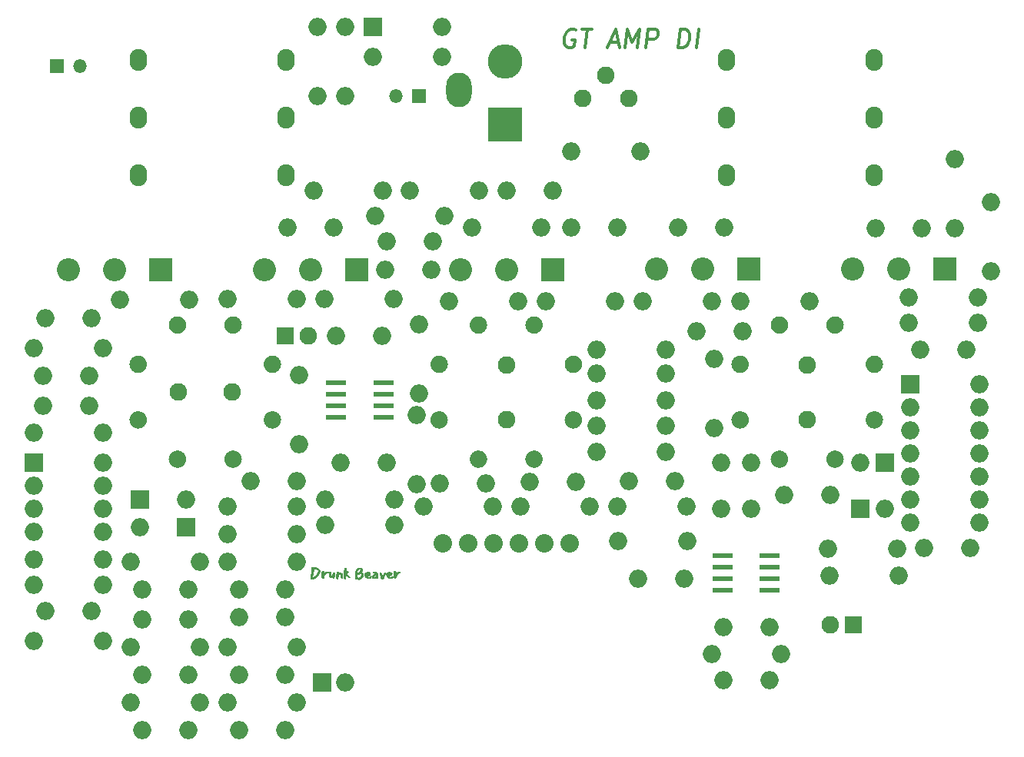
<source format=gbr>
G04 #@! TF.GenerationSoftware,KiCad,Pcbnew,(5.1.9-0-10_14)*
G04 #@! TF.CreationDate,2021-02-25T22:57:31+01:00*
G04 #@! TF.ProjectId,sansamp-gt-2,73616e73-616d-4702-9d67-742d322e6b69,rev?*
G04 #@! TF.SameCoordinates,Original*
G04 #@! TF.FileFunction,Soldermask,Top*
G04 #@! TF.FilePolarity,Negative*
%FSLAX46Y46*%
G04 Gerber Fmt 4.6, Leading zero omitted, Abs format (unit mm)*
G04 Created by KiCad (PCBNEW (5.1.9-0-10_14)) date 2021-02-25 22:57:31*
%MOMM*%
%LPD*%
G01*
G04 APERTURE LIST*
%ADD10C,0.300000*%
%ADD11C,0.010000*%
%ADD12O,1.930400X2.400000*%
%ADD13O,2.000000X2.000000*%
%ADD14R,2.000000X2.000000*%
%ADD15R,3.810000X3.810000*%
%ADD16O,3.810000X3.810000*%
%ADD17O,2.810000X3.810000*%
%ADD18R,2.200000X0.600000*%
%ADD19O,1.930400X1.930400*%
%ADD20O,2.540000X2.540000*%
%ADD21R,2.540000X2.540000*%
%ADD22O,2.032000X2.032000*%
%ADD23R,1.930400X1.930400*%
%ADD24O,1.508000X1.508000*%
%ADD25R,1.508000X1.508000*%
G04 APERTURE END LIST*
D10*
X124483029Y-60087000D02*
X124304458Y-59991761D01*
X124018744Y-59991761D01*
X123721125Y-60087000D01*
X123506839Y-60277476D01*
X123387791Y-60467952D01*
X123244934Y-60848904D01*
X123209220Y-61134619D01*
X123256839Y-61515571D01*
X123328267Y-61706047D01*
X123494934Y-61896523D01*
X123768744Y-61991761D01*
X123959220Y-61991761D01*
X124256839Y-61896523D01*
X124363982Y-61801285D01*
X124447315Y-61134619D01*
X124066363Y-61134619D01*
X125161601Y-59991761D02*
X126304458Y-59991761D01*
X125483029Y-61991761D02*
X125733029Y-59991761D01*
X128221125Y-61420333D02*
X129173505Y-61420333D01*
X127959220Y-61991761D02*
X128875886Y-59991761D01*
X129292553Y-61991761D01*
X129959220Y-61991761D02*
X130209220Y-59991761D01*
X130697315Y-61420333D01*
X131542553Y-59991761D01*
X131292553Y-61991761D01*
X132244934Y-61991761D02*
X132494934Y-59991761D01*
X133256839Y-59991761D01*
X133435410Y-60087000D01*
X133518744Y-60182238D01*
X133590172Y-60372714D01*
X133554458Y-60658428D01*
X133435410Y-60848904D01*
X133328267Y-60944142D01*
X133125886Y-61039380D01*
X132363982Y-61039380D01*
X135768744Y-61991761D02*
X136018744Y-59991761D01*
X136494934Y-59991761D01*
X136768744Y-60087000D01*
X136935410Y-60277476D01*
X137006839Y-60467952D01*
X137054458Y-60848904D01*
X137018744Y-61134619D01*
X136875886Y-61515571D01*
X136756839Y-61706047D01*
X136542553Y-61896523D01*
X136244934Y-61991761D01*
X135768744Y-61991761D01*
X137768744Y-61991761D02*
X138018744Y-59991761D01*
D11*
G36*
X104588390Y-119677675D02*
G01*
X104621260Y-119696294D01*
X104624418Y-119699318D01*
X104636479Y-119713178D01*
X104643905Y-119729204D01*
X104647364Y-119752868D01*
X104647523Y-119789643D01*
X104645050Y-119845000D01*
X104644161Y-119861243D01*
X104636686Y-119995950D01*
X104666016Y-119932450D01*
X104699960Y-119872523D01*
X104741714Y-119829047D01*
X104799107Y-119794420D01*
X104816497Y-119786397D01*
X104861827Y-119771919D01*
X104921969Y-119760090D01*
X104988194Y-119751858D01*
X105051769Y-119748167D01*
X105103965Y-119749965D01*
X105122945Y-119753187D01*
X105145910Y-119761987D01*
X105148133Y-119775920D01*
X105143132Y-119786712D01*
X105126128Y-119806724D01*
X105113919Y-119811799D01*
X105089090Y-119818144D01*
X105049507Y-119834880D01*
X105001715Y-119858561D01*
X104952259Y-119885741D01*
X104907685Y-119912973D01*
X104874539Y-119936813D01*
X104871425Y-119939471D01*
X104822239Y-119991234D01*
X104774260Y-120056859D01*
X104730820Y-120130078D01*
X104695248Y-120204623D01*
X104670872Y-120274226D01*
X104661024Y-120332617D01*
X104660967Y-120335675D01*
X104649865Y-120377138D01*
X104621063Y-120405930D01*
X104580244Y-120419307D01*
X104533089Y-120414521D01*
X104513636Y-120406864D01*
X104493324Y-120395304D01*
X104477428Y-120380635D01*
X104465413Y-120359829D01*
X104456744Y-120329856D01*
X104450887Y-120287689D01*
X104447306Y-120230300D01*
X104445467Y-120154661D01*
X104444835Y-120057742D01*
X104444800Y-120017122D01*
X104444910Y-119914698D01*
X104445765Y-119834861D01*
X104448148Y-119774797D01*
X104452843Y-119731692D01*
X104460634Y-119702734D01*
X104472306Y-119685110D01*
X104488642Y-119676004D01*
X104510427Y-119672605D01*
X104538444Y-119672099D01*
X104540957Y-119672099D01*
X104588390Y-119677675D01*
G37*
X104588390Y-119677675D02*
X104621260Y-119696294D01*
X104624418Y-119699318D01*
X104636479Y-119713178D01*
X104643905Y-119729204D01*
X104647364Y-119752868D01*
X104647523Y-119789643D01*
X104645050Y-119845000D01*
X104644161Y-119861243D01*
X104636686Y-119995950D01*
X104666016Y-119932450D01*
X104699960Y-119872523D01*
X104741714Y-119829047D01*
X104799107Y-119794420D01*
X104816497Y-119786397D01*
X104861827Y-119771919D01*
X104921969Y-119760090D01*
X104988194Y-119751858D01*
X105051769Y-119748167D01*
X105103965Y-119749965D01*
X105122945Y-119753187D01*
X105145910Y-119761987D01*
X105148133Y-119775920D01*
X105143132Y-119786712D01*
X105126128Y-119806724D01*
X105113919Y-119811799D01*
X105089090Y-119818144D01*
X105049507Y-119834880D01*
X105001715Y-119858561D01*
X104952259Y-119885741D01*
X104907685Y-119912973D01*
X104874539Y-119936813D01*
X104871425Y-119939471D01*
X104822239Y-119991234D01*
X104774260Y-120056859D01*
X104730820Y-120130078D01*
X104695248Y-120204623D01*
X104670872Y-120274226D01*
X104661024Y-120332617D01*
X104660967Y-120335675D01*
X104649865Y-120377138D01*
X104621063Y-120405930D01*
X104580244Y-120419307D01*
X104533089Y-120414521D01*
X104513636Y-120406864D01*
X104493324Y-120395304D01*
X104477428Y-120380635D01*
X104465413Y-120359829D01*
X104456744Y-120329856D01*
X104450887Y-120287689D01*
X104447306Y-120230300D01*
X104445467Y-120154661D01*
X104444835Y-120057742D01*
X104444800Y-120017122D01*
X104444910Y-119914698D01*
X104445765Y-119834861D01*
X104448148Y-119774797D01*
X104452843Y-119731692D01*
X104460634Y-119702734D01*
X104472306Y-119685110D01*
X104488642Y-119676004D01*
X104510427Y-119672605D01*
X104538444Y-119672099D01*
X104540957Y-119672099D01*
X104588390Y-119677675D01*
G36*
X96650914Y-119677683D02*
G01*
X96683786Y-119696316D01*
X96686891Y-119699291D01*
X96699175Y-119713460D01*
X96706595Y-119729830D01*
X96709858Y-119754058D01*
X96709674Y-119791797D01*
X96706750Y-119848703D01*
X96706383Y-119854866D01*
X96698683Y-119983250D01*
X96729601Y-119924170D01*
X96772441Y-119859859D01*
X96826410Y-119812184D01*
X96894441Y-119779746D01*
X96979468Y-119761150D01*
X97084425Y-119754999D01*
X97084859Y-119754997D01*
X97140445Y-119755534D01*
X97175386Y-119758096D01*
X97194407Y-119763495D01*
X97202234Y-119772543D01*
X97202957Y-119775275D01*
X97197492Y-119790176D01*
X97173368Y-119806979D01*
X97127681Y-119827661D01*
X97123414Y-119829379D01*
X97043588Y-119864831D01*
X96980559Y-119902044D01*
X96926010Y-119946588D01*
X96884604Y-119989329D01*
X96815023Y-120084184D01*
X96761569Y-120193858D01*
X96729958Y-120300562D01*
X96714993Y-120358233D01*
X96696652Y-120394738D01*
X96671236Y-120414307D01*
X96635042Y-120421172D01*
X96624268Y-120421400D01*
X96585480Y-120414057D01*
X96550616Y-120388644D01*
X96544145Y-120381956D01*
X96507300Y-120342513D01*
X96507300Y-120027264D01*
X96507395Y-119923171D01*
X96508182Y-119841706D01*
X96510410Y-119780095D01*
X96514831Y-119735566D01*
X96522196Y-119705346D01*
X96533254Y-119686662D01*
X96548758Y-119676741D01*
X96569456Y-119672811D01*
X96596101Y-119672100D01*
X96603457Y-119672099D01*
X96650914Y-119677683D01*
G37*
X96650914Y-119677683D02*
X96683786Y-119696316D01*
X96686891Y-119699291D01*
X96699175Y-119713460D01*
X96706595Y-119729830D01*
X96709858Y-119754058D01*
X96709674Y-119791797D01*
X96706750Y-119848703D01*
X96706383Y-119854866D01*
X96698683Y-119983250D01*
X96729601Y-119924170D01*
X96772441Y-119859859D01*
X96826410Y-119812184D01*
X96894441Y-119779746D01*
X96979468Y-119761150D01*
X97084425Y-119754999D01*
X97084859Y-119754997D01*
X97140445Y-119755534D01*
X97175386Y-119758096D01*
X97194407Y-119763495D01*
X97202234Y-119772543D01*
X97202957Y-119775275D01*
X97197492Y-119790176D01*
X97173368Y-119806979D01*
X97127681Y-119827661D01*
X97123414Y-119829379D01*
X97043588Y-119864831D01*
X96980559Y-119902044D01*
X96926010Y-119946588D01*
X96884604Y-119989329D01*
X96815023Y-120084184D01*
X96761569Y-120193858D01*
X96729958Y-120300562D01*
X96714993Y-120358233D01*
X96696652Y-120394738D01*
X96671236Y-120414307D01*
X96635042Y-120421172D01*
X96624268Y-120421400D01*
X96585480Y-120414057D01*
X96550616Y-120388644D01*
X96544145Y-120381956D01*
X96507300Y-120342513D01*
X96507300Y-120027264D01*
X96507395Y-119923171D01*
X96508182Y-119841706D01*
X96510410Y-119780095D01*
X96514831Y-119735566D01*
X96522196Y-119705346D01*
X96533254Y-119686662D01*
X96548758Y-119676741D01*
X96569456Y-119672811D01*
X96596101Y-119672100D01*
X96603457Y-119672099D01*
X96650914Y-119677683D01*
G36*
X97448562Y-119764419D02*
G01*
X97483948Y-119783562D01*
X97498174Y-119799613D01*
X97504518Y-119836281D01*
X97498387Y-119877971D01*
X97488081Y-119942088D01*
X97484913Y-120008934D01*
X97488178Y-120073765D01*
X97497171Y-120131836D01*
X97511188Y-120178404D01*
X97529522Y-120208724D01*
X97548950Y-120218200D01*
X97577555Y-120206588D01*
X97609419Y-120174742D01*
X97641945Y-120127143D01*
X97672537Y-120068273D01*
X97698601Y-120002613D01*
X97717541Y-119934644D01*
X97719890Y-119923051D01*
X97730580Y-119877270D01*
X97742594Y-119841349D01*
X97753423Y-119822711D01*
X97753926Y-119822341D01*
X97779039Y-119816463D01*
X97816794Y-119818097D01*
X97856077Y-119825757D01*
X97885777Y-119837955D01*
X97889135Y-119840424D01*
X97895686Y-119850093D01*
X97899970Y-119868607D01*
X97902127Y-119899481D01*
X97902298Y-119946230D01*
X97900626Y-120012370D01*
X97898452Y-120071642D01*
X97891758Y-120191931D01*
X97882118Y-120287233D01*
X97869485Y-120357794D01*
X97853816Y-120403860D01*
X97835064Y-120425678D01*
X97833456Y-120426373D01*
X97812712Y-120433118D01*
X97801291Y-120428203D01*
X97792686Y-120418225D01*
X97780116Y-120397146D01*
X97764068Y-120362972D01*
X97758002Y-120348375D01*
X97744478Y-120316327D01*
X97734922Y-120296986D01*
X97732767Y-120294400D01*
X97720630Y-120300135D01*
X97693674Y-120314785D01*
X97673821Y-120325997D01*
X97608771Y-120351153D01*
X97539745Y-120357559D01*
X97480340Y-120345766D01*
X97433799Y-120318463D01*
X97385894Y-120274542D01*
X97343664Y-120221354D01*
X97318582Y-120176818D01*
X97304845Y-120142775D01*
X97296042Y-120109428D01*
X97291160Y-120069688D01*
X97289190Y-120016466D01*
X97288997Y-119969214D01*
X97291045Y-119891350D01*
X97297597Y-119834980D01*
X97309974Y-119796398D01*
X97329496Y-119771899D01*
X97357485Y-119757777D01*
X97365099Y-119755646D01*
X97405457Y-119753962D01*
X97448562Y-119764419D01*
G37*
X97448562Y-119764419D02*
X97483948Y-119783562D01*
X97498174Y-119799613D01*
X97504518Y-119836281D01*
X97498387Y-119877971D01*
X97488081Y-119942088D01*
X97484913Y-120008934D01*
X97488178Y-120073765D01*
X97497171Y-120131836D01*
X97511188Y-120178404D01*
X97529522Y-120208724D01*
X97548950Y-120218200D01*
X97577555Y-120206588D01*
X97609419Y-120174742D01*
X97641945Y-120127143D01*
X97672537Y-120068273D01*
X97698601Y-120002613D01*
X97717541Y-119934644D01*
X97719890Y-119923051D01*
X97730580Y-119877270D01*
X97742594Y-119841349D01*
X97753423Y-119822711D01*
X97753926Y-119822341D01*
X97779039Y-119816463D01*
X97816794Y-119818097D01*
X97856077Y-119825757D01*
X97885777Y-119837955D01*
X97889135Y-119840424D01*
X97895686Y-119850093D01*
X97899970Y-119868607D01*
X97902127Y-119899481D01*
X97902298Y-119946230D01*
X97900626Y-120012370D01*
X97898452Y-120071642D01*
X97891758Y-120191931D01*
X97882118Y-120287233D01*
X97869485Y-120357794D01*
X97853816Y-120403860D01*
X97835064Y-120425678D01*
X97833456Y-120426373D01*
X97812712Y-120433118D01*
X97801291Y-120428203D01*
X97792686Y-120418225D01*
X97780116Y-120397146D01*
X97764068Y-120362972D01*
X97758002Y-120348375D01*
X97744478Y-120316327D01*
X97734922Y-120296986D01*
X97732767Y-120294400D01*
X97720630Y-120300135D01*
X97693674Y-120314785D01*
X97673821Y-120325997D01*
X97608771Y-120351153D01*
X97539745Y-120357559D01*
X97480340Y-120345766D01*
X97433799Y-120318463D01*
X97385894Y-120274542D01*
X97343664Y-120221354D01*
X97318582Y-120176818D01*
X97304845Y-120142775D01*
X97296042Y-120109428D01*
X97291160Y-120069688D01*
X97289190Y-120016466D01*
X97288997Y-119969214D01*
X97291045Y-119891350D01*
X97297597Y-119834980D01*
X97309974Y-119796398D01*
X97329496Y-119771899D01*
X97357485Y-119757777D01*
X97365099Y-119755646D01*
X97405457Y-119753962D01*
X97448562Y-119764419D01*
G36*
X104032709Y-119775042D02*
G01*
X104103431Y-119794141D01*
X104161739Y-119823453D01*
X104203927Y-119860861D01*
X104226290Y-119904250D01*
X104228900Y-119925635D01*
X104218719Y-119967011D01*
X104191157Y-120015334D01*
X104150683Y-120064600D01*
X104101765Y-120108806D01*
X104082014Y-120122948D01*
X104015299Y-120163761D01*
X103955955Y-120193366D01*
X103907891Y-120210101D01*
X103875017Y-120212305D01*
X103872955Y-120211740D01*
X103852703Y-120211064D01*
X103847547Y-120224002D01*
X103855076Y-120245768D01*
X103872878Y-120271575D01*
X103898541Y-120296636D01*
X103924240Y-120313522D01*
X103986354Y-120331798D01*
X104055038Y-120327393D01*
X104127142Y-120301093D01*
X104199514Y-120253681D01*
X104214284Y-120241262D01*
X104255509Y-120213995D01*
X104289350Y-120209904D01*
X104314435Y-120228908D01*
X104323497Y-120247703D01*
X104326463Y-120292254D01*
X104307133Y-120337515D01*
X104268125Y-120379254D01*
X104224882Y-120407076D01*
X104164626Y-120428490D01*
X104090716Y-120441059D01*
X104013582Y-120444013D01*
X103943652Y-120436580D01*
X103917750Y-120429786D01*
X103814971Y-120384848D01*
X103732332Y-120325050D01*
X103670337Y-120251010D01*
X103629491Y-120163345D01*
X103610299Y-120062672D01*
X103610003Y-120058255D01*
X103790954Y-120058255D01*
X103797366Y-120072471D01*
X103814972Y-120088221D01*
X103822756Y-120091200D01*
X103836512Y-120083849D01*
X103865025Y-120064178D01*
X103903235Y-120035754D01*
X103922801Y-120020624D01*
X103967296Y-119984481D01*
X103994609Y-119958075D01*
X104008550Y-119936842D01*
X104012931Y-119916224D01*
X104013000Y-119912674D01*
X104009484Y-119886218D01*
X103994764Y-119874774D01*
X103962584Y-119874193D01*
X103955850Y-119874788D01*
X103917908Y-119886908D01*
X103878800Y-119913084D01*
X103842539Y-119948312D01*
X103813135Y-119987586D01*
X103794603Y-120025902D01*
X103790954Y-120058255D01*
X103610003Y-120058255D01*
X103609657Y-120053100D01*
X103609512Y-119989064D01*
X103619706Y-119939597D01*
X103643567Y-119899614D01*
X103684423Y-119864031D01*
X103745605Y-119827764D01*
X103763150Y-119818664D01*
X103815393Y-119793277D01*
X103855484Y-119778155D01*
X103893180Y-119770714D01*
X103938237Y-119768367D01*
X103953277Y-119768271D01*
X104032709Y-119775042D01*
G37*
X104032709Y-119775042D02*
X104103431Y-119794141D01*
X104161739Y-119823453D01*
X104203927Y-119860861D01*
X104226290Y-119904250D01*
X104228900Y-119925635D01*
X104218719Y-119967011D01*
X104191157Y-120015334D01*
X104150683Y-120064600D01*
X104101765Y-120108806D01*
X104082014Y-120122948D01*
X104015299Y-120163761D01*
X103955955Y-120193366D01*
X103907891Y-120210101D01*
X103875017Y-120212305D01*
X103872955Y-120211740D01*
X103852703Y-120211064D01*
X103847547Y-120224002D01*
X103855076Y-120245768D01*
X103872878Y-120271575D01*
X103898541Y-120296636D01*
X103924240Y-120313522D01*
X103986354Y-120331798D01*
X104055038Y-120327393D01*
X104127142Y-120301093D01*
X104199514Y-120253681D01*
X104214284Y-120241262D01*
X104255509Y-120213995D01*
X104289350Y-120209904D01*
X104314435Y-120228908D01*
X104323497Y-120247703D01*
X104326463Y-120292254D01*
X104307133Y-120337515D01*
X104268125Y-120379254D01*
X104224882Y-120407076D01*
X104164626Y-120428490D01*
X104090716Y-120441059D01*
X104013582Y-120444013D01*
X103943652Y-120436580D01*
X103917750Y-120429786D01*
X103814971Y-120384848D01*
X103732332Y-120325050D01*
X103670337Y-120251010D01*
X103629491Y-120163345D01*
X103610299Y-120062672D01*
X103610003Y-120058255D01*
X103790954Y-120058255D01*
X103797366Y-120072471D01*
X103814972Y-120088221D01*
X103822756Y-120091200D01*
X103836512Y-120083849D01*
X103865025Y-120064178D01*
X103903235Y-120035754D01*
X103922801Y-120020624D01*
X103967296Y-119984481D01*
X103994609Y-119958075D01*
X104008550Y-119936842D01*
X104012931Y-119916224D01*
X104013000Y-119912674D01*
X104009484Y-119886218D01*
X103994764Y-119874774D01*
X103962584Y-119874193D01*
X103955850Y-119874788D01*
X103917908Y-119886908D01*
X103878800Y-119913084D01*
X103842539Y-119948312D01*
X103813135Y-119987586D01*
X103794603Y-120025902D01*
X103790954Y-120058255D01*
X103610003Y-120058255D01*
X103609657Y-120053100D01*
X103609512Y-119989064D01*
X103619706Y-119939597D01*
X103643567Y-119899614D01*
X103684423Y-119864031D01*
X103745605Y-119827764D01*
X103763150Y-119818664D01*
X103815393Y-119793277D01*
X103855484Y-119778155D01*
X103893180Y-119770714D01*
X103938237Y-119768367D01*
X103953277Y-119768271D01*
X104032709Y-119775042D01*
G36*
X101637348Y-119770902D02*
G01*
X101681897Y-119779411D01*
X101727880Y-119797580D01*
X101745162Y-119805970D01*
X101803185Y-119843026D01*
X101836496Y-119884465D01*
X101845225Y-119931113D01*
X101829500Y-119983795D01*
X101789451Y-120043335D01*
X101783458Y-120050465D01*
X101740830Y-120091895D01*
X101687033Y-120132214D01*
X101628638Y-120167622D01*
X101572218Y-120194318D01*
X101524345Y-120208503D01*
X101507925Y-120209807D01*
X101473484Y-120213101D01*
X101461635Y-120225820D01*
X101472143Y-120249187D01*
X101495225Y-120275111D01*
X101552351Y-120316972D01*
X101615327Y-120334213D01*
X101683851Y-120326859D01*
X101757621Y-120294934D01*
X101824387Y-120248368D01*
X101871315Y-120216949D01*
X101906646Y-120207936D01*
X101930174Y-120221276D01*
X101941690Y-120256913D01*
X101942900Y-120279856D01*
X101931117Y-120324557D01*
X101899134Y-120367370D01*
X101851996Y-120403614D01*
X101794746Y-120428611D01*
X101777912Y-120432889D01*
X101671956Y-120445533D01*
X101572261Y-120437635D01*
X101514704Y-120422039D01*
X101419636Y-120375282D01*
X101338350Y-120309794D01*
X101274551Y-120228988D01*
X101246329Y-120174854D01*
X101231025Y-120123991D01*
X101222941Y-120064655D01*
X101222839Y-120051445D01*
X101410568Y-120051445D01*
X101414081Y-120072121D01*
X101425617Y-120087805D01*
X101444869Y-120087655D01*
X101475622Y-120070767D01*
X101502922Y-120050884D01*
X101566644Y-119999545D01*
X101609400Y-119958636D01*
X101632464Y-119926311D01*
X101637106Y-119900729D01*
X101624601Y-119880043D01*
X101622225Y-119877981D01*
X101592727Y-119868447D01*
X101555642Y-119877198D01*
X101515376Y-119900125D01*
X101476331Y-119933121D01*
X101442912Y-119972078D01*
X101419523Y-120012889D01*
X101410568Y-120051445D01*
X101222839Y-120051445D01*
X101222489Y-120006233D01*
X101230079Y-119958115D01*
X101236179Y-119942416D01*
X101278928Y-119885387D01*
X101341204Y-119836956D01*
X101417855Y-119799714D01*
X101503730Y-119776251D01*
X101580950Y-119769069D01*
X101637348Y-119770902D01*
G37*
X101637348Y-119770902D02*
X101681897Y-119779411D01*
X101727880Y-119797580D01*
X101745162Y-119805970D01*
X101803185Y-119843026D01*
X101836496Y-119884465D01*
X101845225Y-119931113D01*
X101829500Y-119983795D01*
X101789451Y-120043335D01*
X101783458Y-120050465D01*
X101740830Y-120091895D01*
X101687033Y-120132214D01*
X101628638Y-120167622D01*
X101572218Y-120194318D01*
X101524345Y-120208503D01*
X101507925Y-120209807D01*
X101473484Y-120213101D01*
X101461635Y-120225820D01*
X101472143Y-120249187D01*
X101495225Y-120275111D01*
X101552351Y-120316972D01*
X101615327Y-120334213D01*
X101683851Y-120326859D01*
X101757621Y-120294934D01*
X101824387Y-120248368D01*
X101871315Y-120216949D01*
X101906646Y-120207936D01*
X101930174Y-120221276D01*
X101941690Y-120256913D01*
X101942900Y-120279856D01*
X101931117Y-120324557D01*
X101899134Y-120367370D01*
X101851996Y-120403614D01*
X101794746Y-120428611D01*
X101777912Y-120432889D01*
X101671956Y-120445533D01*
X101572261Y-120437635D01*
X101514704Y-120422039D01*
X101419636Y-120375282D01*
X101338350Y-120309794D01*
X101274551Y-120228988D01*
X101246329Y-120174854D01*
X101231025Y-120123991D01*
X101222941Y-120064655D01*
X101222839Y-120051445D01*
X101410568Y-120051445D01*
X101414081Y-120072121D01*
X101425617Y-120087805D01*
X101444869Y-120087655D01*
X101475622Y-120070767D01*
X101502922Y-120050884D01*
X101566644Y-119999545D01*
X101609400Y-119958636D01*
X101632464Y-119926311D01*
X101637106Y-119900729D01*
X101624601Y-119880043D01*
X101622225Y-119877981D01*
X101592727Y-119868447D01*
X101555642Y-119877198D01*
X101515376Y-119900125D01*
X101476331Y-119933121D01*
X101442912Y-119972078D01*
X101419523Y-120012889D01*
X101410568Y-120051445D01*
X101222839Y-120051445D01*
X101222489Y-120006233D01*
X101230079Y-119958115D01*
X101236179Y-119942416D01*
X101278928Y-119885387D01*
X101341204Y-119836956D01*
X101417855Y-119799714D01*
X101503730Y-119776251D01*
X101580950Y-119769069D01*
X101637348Y-119770902D01*
G36*
X102390858Y-119728636D02*
G01*
X102476566Y-119751688D01*
X102550987Y-119795702D01*
X102572787Y-119814296D01*
X102604529Y-119847797D01*
X102629016Y-119885123D01*
X102647565Y-119930532D01*
X102661495Y-119988281D01*
X102672122Y-120062627D01*
X102680763Y-120157827D01*
X102681297Y-120164972D01*
X102687224Y-120256711D01*
X102689413Y-120326022D01*
X102687536Y-120375646D01*
X102681266Y-120408325D01*
X102670276Y-120426801D01*
X102654236Y-120433815D01*
X102649142Y-120434100D01*
X102618412Y-120424985D01*
X102597243Y-120409024D01*
X102565745Y-120382543D01*
X102534729Y-120377432D01*
X102498530Y-120393717D01*
X102477116Y-120409570D01*
X102444897Y-120432564D01*
X102413670Y-120445780D01*
X102373298Y-120452584D01*
X102340362Y-120454995D01*
X102274964Y-120455031D01*
X102222582Y-120445626D01*
X102196900Y-120436569D01*
X102141063Y-120411600D01*
X102103311Y-120388309D01*
X102077127Y-120362064D01*
X102063550Y-120341780D01*
X102045986Y-120291354D01*
X102222300Y-120291354D01*
X102230437Y-120332144D01*
X102254702Y-120353446D01*
X102294873Y-120355213D01*
X102350728Y-120337396D01*
X102376726Y-120325123D01*
X102435691Y-120291556D01*
X102473682Y-120259505D01*
X102494405Y-120224481D01*
X102501565Y-120181994D01*
X102501700Y-120173750D01*
X102493650Y-120121548D01*
X102471689Y-120083344D01*
X102439103Y-120063098D01*
X102409129Y-120062179D01*
X102363548Y-120081624D01*
X102316864Y-120119029D01*
X102274454Y-120167796D01*
X102241698Y-120221328D01*
X102223975Y-120273026D01*
X102222300Y-120291354D01*
X102045986Y-120291354D01*
X102043176Y-120283287D01*
X102045799Y-120218265D01*
X102070741Y-120149384D01*
X102117322Y-120079313D01*
X102135606Y-120058250D01*
X102198258Y-120002454D01*
X102268500Y-119966026D01*
X102352897Y-119945805D01*
X102374655Y-119943150D01*
X102427960Y-119933887D01*
X102456727Y-119919568D01*
X102461387Y-119899797D01*
X102445809Y-119877490D01*
X102430093Y-119866872D01*
X102405583Y-119860892D01*
X102366606Y-119858778D01*
X102313897Y-119859563D01*
X102241941Y-119860756D01*
X102191634Y-119858652D01*
X102159328Y-119852271D01*
X102141379Y-119840635D01*
X102134141Y-119822764D01*
X102133400Y-119811083D01*
X102142179Y-119776420D01*
X102169779Y-119751347D01*
X102218095Y-119734841D01*
X102289023Y-119725876D01*
X102291267Y-119725729D01*
X102390858Y-119728636D01*
G37*
X102390858Y-119728636D02*
X102476566Y-119751688D01*
X102550987Y-119795702D01*
X102572787Y-119814296D01*
X102604529Y-119847797D01*
X102629016Y-119885123D01*
X102647565Y-119930532D01*
X102661495Y-119988281D01*
X102672122Y-120062627D01*
X102680763Y-120157827D01*
X102681297Y-120164972D01*
X102687224Y-120256711D01*
X102689413Y-120326022D01*
X102687536Y-120375646D01*
X102681266Y-120408325D01*
X102670276Y-120426801D01*
X102654236Y-120433815D01*
X102649142Y-120434100D01*
X102618412Y-120424985D01*
X102597243Y-120409024D01*
X102565745Y-120382543D01*
X102534729Y-120377432D01*
X102498530Y-120393717D01*
X102477116Y-120409570D01*
X102444897Y-120432564D01*
X102413670Y-120445780D01*
X102373298Y-120452584D01*
X102340362Y-120454995D01*
X102274964Y-120455031D01*
X102222582Y-120445626D01*
X102196900Y-120436569D01*
X102141063Y-120411600D01*
X102103311Y-120388309D01*
X102077127Y-120362064D01*
X102063550Y-120341780D01*
X102045986Y-120291354D01*
X102222300Y-120291354D01*
X102230437Y-120332144D01*
X102254702Y-120353446D01*
X102294873Y-120355213D01*
X102350728Y-120337396D01*
X102376726Y-120325123D01*
X102435691Y-120291556D01*
X102473682Y-120259505D01*
X102494405Y-120224481D01*
X102501565Y-120181994D01*
X102501700Y-120173750D01*
X102493650Y-120121548D01*
X102471689Y-120083344D01*
X102439103Y-120063098D01*
X102409129Y-120062179D01*
X102363548Y-120081624D01*
X102316864Y-120119029D01*
X102274454Y-120167796D01*
X102241698Y-120221328D01*
X102223975Y-120273026D01*
X102222300Y-120291354D01*
X102045986Y-120291354D01*
X102043176Y-120283287D01*
X102045799Y-120218265D01*
X102070741Y-120149384D01*
X102117322Y-120079313D01*
X102135606Y-120058250D01*
X102198258Y-120002454D01*
X102268500Y-119966026D01*
X102352897Y-119945805D01*
X102374655Y-119943150D01*
X102427960Y-119933887D01*
X102456727Y-119919568D01*
X102461387Y-119899797D01*
X102445809Y-119877490D01*
X102430093Y-119866872D01*
X102405583Y-119860892D01*
X102366606Y-119858778D01*
X102313897Y-119859563D01*
X102241941Y-119860756D01*
X102191634Y-119858652D01*
X102159328Y-119852271D01*
X102141379Y-119840635D01*
X102134141Y-119822764D01*
X102133400Y-119811083D01*
X102142179Y-119776420D01*
X102169779Y-119751347D01*
X102218095Y-119734841D01*
X102289023Y-119725876D01*
X102291267Y-119725729D01*
X102390858Y-119728636D01*
G36*
X98293876Y-119756618D02*
G01*
X98331942Y-119778583D01*
X98354018Y-119810203D01*
X98355739Y-119845723D01*
X98352363Y-119868728D01*
X98362613Y-119873892D01*
X98376747Y-119871102D01*
X98431982Y-119860905D01*
X98493619Y-119854974D01*
X98552788Y-119853668D01*
X98600620Y-119857348D01*
X98617977Y-119861321D01*
X98674691Y-119892969D01*
X98722304Y-119945727D01*
X98758908Y-120016344D01*
X98782597Y-120101570D01*
X98789432Y-120153524D01*
X98791526Y-120242575D01*
X98780978Y-120309740D01*
X98757708Y-120355206D01*
X98721636Y-120379164D01*
X98692607Y-120383300D01*
X98663975Y-120380502D01*
X98643559Y-120369595D01*
X98629629Y-120346807D01*
X98620455Y-120308364D01*
X98614308Y-120250495D01*
X98611432Y-120206283D01*
X98606497Y-120132746D01*
X98600253Y-120080865D01*
X98590847Y-120046905D01*
X98576424Y-120027127D01*
X98555133Y-120017795D01*
X98525119Y-120015171D01*
X98516628Y-120015124D01*
X98470244Y-120020581D01*
X98420119Y-120034741D01*
X98373416Y-120054550D01*
X98337294Y-120076951D01*
X98318915Y-120098890D01*
X98318692Y-120099575D01*
X98313757Y-120120799D01*
X98305631Y-120161216D01*
X98295449Y-120214989D01*
X98284533Y-120275230D01*
X98273055Y-120336355D01*
X98261859Y-120389724D01*
X98252237Y-120429539D01*
X98245564Y-120449855D01*
X98223253Y-120466827D01*
X98186132Y-120470817D01*
X98141578Y-120461209D01*
X98135890Y-120459035D01*
X98112235Y-120444119D01*
X98096847Y-120419457D01*
X98089049Y-120381413D01*
X98088167Y-120326355D01*
X98093524Y-120250648D01*
X98094766Y-120237870D01*
X98105702Y-120136405D01*
X98117585Y-120040635D01*
X98129886Y-119953775D01*
X98142078Y-119879044D01*
X98153630Y-119819658D01*
X98164016Y-119778835D01*
X98172705Y-119759792D01*
X98173413Y-119759239D01*
X98195923Y-119752590D01*
X98231932Y-119748807D01*
X98244602Y-119748494D01*
X98293876Y-119756618D01*
G37*
X98293876Y-119756618D02*
X98331942Y-119778583D01*
X98354018Y-119810203D01*
X98355739Y-119845723D01*
X98352363Y-119868728D01*
X98362613Y-119873892D01*
X98376747Y-119871102D01*
X98431982Y-119860905D01*
X98493619Y-119854974D01*
X98552788Y-119853668D01*
X98600620Y-119857348D01*
X98617977Y-119861321D01*
X98674691Y-119892969D01*
X98722304Y-119945727D01*
X98758908Y-120016344D01*
X98782597Y-120101570D01*
X98789432Y-120153524D01*
X98791526Y-120242575D01*
X98780978Y-120309740D01*
X98757708Y-120355206D01*
X98721636Y-120379164D01*
X98692607Y-120383300D01*
X98663975Y-120380502D01*
X98643559Y-120369595D01*
X98629629Y-120346807D01*
X98620455Y-120308364D01*
X98614308Y-120250495D01*
X98611432Y-120206283D01*
X98606497Y-120132746D01*
X98600253Y-120080865D01*
X98590847Y-120046905D01*
X98576424Y-120027127D01*
X98555133Y-120017795D01*
X98525119Y-120015171D01*
X98516628Y-120015124D01*
X98470244Y-120020581D01*
X98420119Y-120034741D01*
X98373416Y-120054550D01*
X98337294Y-120076951D01*
X98318915Y-120098890D01*
X98318692Y-120099575D01*
X98313757Y-120120799D01*
X98305631Y-120161216D01*
X98295449Y-120214989D01*
X98284533Y-120275230D01*
X98273055Y-120336355D01*
X98261859Y-120389724D01*
X98252237Y-120429539D01*
X98245564Y-120449855D01*
X98223253Y-120466827D01*
X98186132Y-120470817D01*
X98141578Y-120461209D01*
X98135890Y-120459035D01*
X98112235Y-120444119D01*
X98096847Y-120419457D01*
X98089049Y-120381413D01*
X98088167Y-120326355D01*
X98093524Y-120250648D01*
X98094766Y-120237870D01*
X98105702Y-120136405D01*
X98117585Y-120040635D01*
X98129886Y-119953775D01*
X98142078Y-119879044D01*
X98153630Y-119819658D01*
X98164016Y-119778835D01*
X98172705Y-119759792D01*
X98173413Y-119759239D01*
X98195923Y-119752590D01*
X98231932Y-119748807D01*
X98244602Y-119748494D01*
X98293876Y-119756618D01*
G36*
X99115752Y-119286260D02*
G01*
X99152585Y-119306216D01*
X99178561Y-119332827D01*
X99186382Y-119357197D01*
X99184865Y-119374768D01*
X99181051Y-119413075D01*
X99175405Y-119467606D01*
X99168395Y-119533848D01*
X99162407Y-119589550D01*
X99154938Y-119660530D01*
X99148855Y-119722138D01*
X99144538Y-119770194D01*
X99142367Y-119800517D01*
X99142428Y-119809194D01*
X99152427Y-119803327D01*
X99173972Y-119784186D01*
X99187334Y-119771094D01*
X99239671Y-119723765D01*
X99284603Y-119696058D01*
X99326823Y-119685260D01*
X99336539Y-119684883D01*
X99368495Y-119689477D01*
X99386159Y-119707541D01*
X99390851Y-119718264D01*
X99396519Y-119738784D01*
X99394743Y-119758470D01*
X99383124Y-119782290D01*
X99359261Y-119815212D01*
X99322074Y-119860626D01*
X99296444Y-119895519D01*
X99279677Y-119926525D01*
X99275900Y-119940990D01*
X99284441Y-119964222D01*
X99307677Y-120000905D01*
X99342028Y-120046849D01*
X99383912Y-120097866D01*
X99429750Y-120149767D01*
X99475960Y-120198364D01*
X99518961Y-120239466D01*
X99555173Y-120268886D01*
X99557651Y-120270596D01*
X99605098Y-120306817D01*
X99629226Y-120334495D01*
X99630305Y-120352752D01*
X99608602Y-120360710D01*
X99564386Y-120357490D01*
X99533027Y-120351209D01*
X99493036Y-120339887D01*
X99455179Y-120323687D01*
X99415425Y-120299901D01*
X99369741Y-120265820D01*
X99314095Y-120218737D01*
X99250500Y-120161484D01*
X99129850Y-120051020D01*
X99126185Y-120099685D01*
X99123920Y-120131648D01*
X99120524Y-120181864D01*
X99116472Y-120243237D01*
X99112561Y-120303612D01*
X99105142Y-120387032D01*
X99094348Y-120447276D01*
X99078955Y-120486476D01*
X99057738Y-120506767D01*
X99029472Y-120510280D01*
X98998854Y-120501615D01*
X98982238Y-120485682D01*
X98969066Y-120461343D01*
X98965415Y-120438845D01*
X98962512Y-120394109D01*
X98960357Y-120330287D01*
X98958950Y-120250530D01*
X98958291Y-120157988D01*
X98958380Y-120055814D01*
X98959217Y-119947158D01*
X98960802Y-119835172D01*
X98963135Y-119723006D01*
X98966216Y-119613813D01*
X98969072Y-119534406D01*
X98972891Y-119447761D01*
X98977381Y-119383248D01*
X98983901Y-119337608D01*
X98993806Y-119307582D01*
X99008456Y-119289911D01*
X99029207Y-119281336D01*
X99057416Y-119278598D01*
X99075704Y-119278400D01*
X99115752Y-119286260D01*
G37*
X99115752Y-119286260D02*
X99152585Y-119306216D01*
X99178561Y-119332827D01*
X99186382Y-119357197D01*
X99184865Y-119374768D01*
X99181051Y-119413075D01*
X99175405Y-119467606D01*
X99168395Y-119533848D01*
X99162407Y-119589550D01*
X99154938Y-119660530D01*
X99148855Y-119722138D01*
X99144538Y-119770194D01*
X99142367Y-119800517D01*
X99142428Y-119809194D01*
X99152427Y-119803327D01*
X99173972Y-119784186D01*
X99187334Y-119771094D01*
X99239671Y-119723765D01*
X99284603Y-119696058D01*
X99326823Y-119685260D01*
X99336539Y-119684883D01*
X99368495Y-119689477D01*
X99386159Y-119707541D01*
X99390851Y-119718264D01*
X99396519Y-119738784D01*
X99394743Y-119758470D01*
X99383124Y-119782290D01*
X99359261Y-119815212D01*
X99322074Y-119860626D01*
X99296444Y-119895519D01*
X99279677Y-119926525D01*
X99275900Y-119940990D01*
X99284441Y-119964222D01*
X99307677Y-120000905D01*
X99342028Y-120046849D01*
X99383912Y-120097866D01*
X99429750Y-120149767D01*
X99475960Y-120198364D01*
X99518961Y-120239466D01*
X99555173Y-120268886D01*
X99557651Y-120270596D01*
X99605098Y-120306817D01*
X99629226Y-120334495D01*
X99630305Y-120352752D01*
X99608602Y-120360710D01*
X99564386Y-120357490D01*
X99533027Y-120351209D01*
X99493036Y-120339887D01*
X99455179Y-120323687D01*
X99415425Y-120299901D01*
X99369741Y-120265820D01*
X99314095Y-120218737D01*
X99250500Y-120161484D01*
X99129850Y-120051020D01*
X99126185Y-120099685D01*
X99123920Y-120131648D01*
X99120524Y-120181864D01*
X99116472Y-120243237D01*
X99112561Y-120303612D01*
X99105142Y-120387032D01*
X99094348Y-120447276D01*
X99078955Y-120486476D01*
X99057738Y-120506767D01*
X99029472Y-120510280D01*
X98998854Y-120501615D01*
X98982238Y-120485682D01*
X98969066Y-120461343D01*
X98965415Y-120438845D01*
X98962512Y-120394109D01*
X98960357Y-120330287D01*
X98958950Y-120250530D01*
X98958291Y-120157988D01*
X98958380Y-120055814D01*
X98959217Y-119947158D01*
X98960802Y-119835172D01*
X98963135Y-119723006D01*
X98966216Y-119613813D01*
X98969072Y-119534406D01*
X98972891Y-119447761D01*
X98977381Y-119383248D01*
X98983901Y-119337608D01*
X98993806Y-119307582D01*
X99008456Y-119289911D01*
X99029207Y-119281336D01*
X99057416Y-119278598D01*
X99075704Y-119278400D01*
X99115752Y-119286260D01*
G36*
X103476221Y-119797240D02*
G01*
X103495383Y-119823101D01*
X103504849Y-119853994D01*
X103505000Y-119857900D01*
X103500598Y-119876538D01*
X103488403Y-119914752D01*
X103469926Y-119968484D01*
X103446680Y-120033675D01*
X103420177Y-120106269D01*
X103391929Y-120182207D01*
X103363449Y-120257432D01*
X103336250Y-120327885D01*
X103311843Y-120389509D01*
X103291742Y-120438245D01*
X103277458Y-120470036D01*
X103275227Y-120474391D01*
X103254586Y-120496354D01*
X103222332Y-120516109D01*
X103218635Y-120517725D01*
X103185376Y-120530467D01*
X103163712Y-120533714D01*
X103142226Y-120528727D01*
X103136700Y-120526762D01*
X103112824Y-120515568D01*
X103091646Y-120498772D01*
X103071671Y-120473473D01*
X103051406Y-120436771D01*
X103029358Y-120385766D01*
X103004032Y-120317558D01*
X102973934Y-120229246D01*
X102957078Y-120178019D01*
X102931522Y-120097949D01*
X102909442Y-120025251D01*
X102891869Y-119963615D01*
X102879831Y-119916733D01*
X102874360Y-119888292D01*
X102874458Y-119881999D01*
X102895620Y-119858534D01*
X102931056Y-119846240D01*
X102971054Y-119847934D01*
X102981125Y-119851060D01*
X103018010Y-119869850D01*
X103047748Y-119897786D01*
X103073498Y-119939402D01*
X103098419Y-119999228D01*
X103112031Y-120038831D01*
X103129977Y-120092363D01*
X103145913Y-120137863D01*
X103157654Y-120169197D01*
X103161930Y-120178930D01*
X103171223Y-120177949D01*
X103188838Y-120155257D01*
X103215210Y-120110198D01*
X103242691Y-120058032D01*
X103299857Y-119956542D01*
X103355164Y-119879055D01*
X103378724Y-119852826D01*
X103411766Y-119820471D01*
X103438496Y-119796832D01*
X103453659Y-119786522D01*
X103454428Y-119786399D01*
X103476221Y-119797240D01*
G37*
X103476221Y-119797240D02*
X103495383Y-119823101D01*
X103504849Y-119853994D01*
X103505000Y-119857900D01*
X103500598Y-119876538D01*
X103488403Y-119914752D01*
X103469926Y-119968484D01*
X103446680Y-120033675D01*
X103420177Y-120106269D01*
X103391929Y-120182207D01*
X103363449Y-120257432D01*
X103336250Y-120327885D01*
X103311843Y-120389509D01*
X103291742Y-120438245D01*
X103277458Y-120470036D01*
X103275227Y-120474391D01*
X103254586Y-120496354D01*
X103222332Y-120516109D01*
X103218635Y-120517725D01*
X103185376Y-120530467D01*
X103163712Y-120533714D01*
X103142226Y-120528727D01*
X103136700Y-120526762D01*
X103112824Y-120515568D01*
X103091646Y-120498772D01*
X103071671Y-120473473D01*
X103051406Y-120436771D01*
X103029358Y-120385766D01*
X103004032Y-120317558D01*
X102973934Y-120229246D01*
X102957078Y-120178019D01*
X102931522Y-120097949D01*
X102909442Y-120025251D01*
X102891869Y-119963615D01*
X102879831Y-119916733D01*
X102874360Y-119888292D01*
X102874458Y-119881999D01*
X102895620Y-119858534D01*
X102931056Y-119846240D01*
X102971054Y-119847934D01*
X102981125Y-119851060D01*
X103018010Y-119869850D01*
X103047748Y-119897786D01*
X103073498Y-119939402D01*
X103098419Y-119999228D01*
X103112031Y-120038831D01*
X103129977Y-120092363D01*
X103145913Y-120137863D01*
X103157654Y-120169197D01*
X103161930Y-120178930D01*
X103171223Y-120177949D01*
X103188838Y-120155257D01*
X103215210Y-120110198D01*
X103242691Y-120058032D01*
X103299857Y-119956542D01*
X103355164Y-119879055D01*
X103378724Y-119852826D01*
X103411766Y-119820471D01*
X103438496Y-119796832D01*
X103453659Y-119786522D01*
X103454428Y-119786399D01*
X103476221Y-119797240D01*
G36*
X95617720Y-119226202D02*
G01*
X95721903Y-119242467D01*
X95810979Y-119263003D01*
X95953034Y-119306327D01*
X96070934Y-119356234D01*
X96165127Y-119412992D01*
X96236059Y-119476869D01*
X96283418Y-119546599D01*
X96306157Y-119602729D01*
X96315965Y-119657320D01*
X96311888Y-119713585D01*
X96292973Y-119774734D01*
X96258268Y-119843977D01*
X96206819Y-119924528D01*
X96146519Y-120007871D01*
X96047360Y-120131400D01*
X95946585Y-120240965D01*
X95845904Y-120335427D01*
X95747025Y-120413648D01*
X95651660Y-120474489D01*
X95561518Y-120516811D01*
X95478309Y-120539476D01*
X95403743Y-120541344D01*
X95361004Y-120530974D01*
X95308035Y-120506172D01*
X95274128Y-120476739D01*
X95261954Y-120458106D01*
X95257795Y-120432388D01*
X95259872Y-120384158D01*
X95262199Y-120364192D01*
X95444347Y-120364192D01*
X95446366Y-120381152D01*
X95452161Y-120389387D01*
X95461417Y-120390882D01*
X95473822Y-120387625D01*
X95474944Y-120387217D01*
X95496571Y-120376787D01*
X95532468Y-120357061D01*
X95575293Y-120332088D01*
X95580122Y-120329188D01*
X95721475Y-120229903D01*
X95849353Y-120111537D01*
X95960464Y-119977713D01*
X96051519Y-119832053D01*
X96075873Y-119783554D01*
X96105119Y-119702136D01*
X96112408Y-119629404D01*
X96098050Y-119566903D01*
X96062353Y-119516177D01*
X96015673Y-119483577D01*
X95968506Y-119462826D01*
X95910751Y-119442283D01*
X95846818Y-119422937D01*
X95781116Y-119405778D01*
X95718055Y-119391796D01*
X95662044Y-119381980D01*
X95617493Y-119377320D01*
X95588812Y-119378805D01*
X95580200Y-119385849D01*
X95587678Y-119400866D01*
X95606221Y-119426151D01*
X95611950Y-119433116D01*
X95632619Y-119462150D01*
X95643298Y-119485886D01*
X95643700Y-119489286D01*
X95640727Y-119506141D01*
X95632352Y-119544178D01*
X95619388Y-119599951D01*
X95602647Y-119670013D01*
X95582942Y-119750918D01*
X95562291Y-119834387D01*
X95529095Y-119968018D01*
X95501871Y-120079025D01*
X95480304Y-120169393D01*
X95464083Y-120241108D01*
X95452892Y-120296156D01*
X95446418Y-120336522D01*
X95444347Y-120364192D01*
X95262199Y-120364192D01*
X95267883Y-120315447D01*
X95281524Y-120228289D01*
X95300493Y-120124715D01*
X95324487Y-120006757D01*
X95339500Y-119937466D01*
X95357868Y-119850881D01*
X95376045Y-119759053D01*
X95392443Y-119670433D01*
X95405472Y-119593469D01*
X95410596Y-119559382D01*
X95432280Y-119404882D01*
X95390750Y-119362033D01*
X95361723Y-119324663D01*
X95356239Y-119294097D01*
X95374663Y-119266752D01*
X95402441Y-119247337D01*
X95455318Y-119228535D01*
X95527968Y-119221524D01*
X95617720Y-119226202D01*
G37*
X95617720Y-119226202D02*
X95721903Y-119242467D01*
X95810979Y-119263003D01*
X95953034Y-119306327D01*
X96070934Y-119356234D01*
X96165127Y-119412992D01*
X96236059Y-119476869D01*
X96283418Y-119546599D01*
X96306157Y-119602729D01*
X96315965Y-119657320D01*
X96311888Y-119713585D01*
X96292973Y-119774734D01*
X96258268Y-119843977D01*
X96206819Y-119924528D01*
X96146519Y-120007871D01*
X96047360Y-120131400D01*
X95946585Y-120240965D01*
X95845904Y-120335427D01*
X95747025Y-120413648D01*
X95651660Y-120474489D01*
X95561518Y-120516811D01*
X95478309Y-120539476D01*
X95403743Y-120541344D01*
X95361004Y-120530974D01*
X95308035Y-120506172D01*
X95274128Y-120476739D01*
X95261954Y-120458106D01*
X95257795Y-120432388D01*
X95259872Y-120384158D01*
X95262199Y-120364192D01*
X95444347Y-120364192D01*
X95446366Y-120381152D01*
X95452161Y-120389387D01*
X95461417Y-120390882D01*
X95473822Y-120387625D01*
X95474944Y-120387217D01*
X95496571Y-120376787D01*
X95532468Y-120357061D01*
X95575293Y-120332088D01*
X95580122Y-120329188D01*
X95721475Y-120229903D01*
X95849353Y-120111537D01*
X95960464Y-119977713D01*
X96051519Y-119832053D01*
X96075873Y-119783554D01*
X96105119Y-119702136D01*
X96112408Y-119629404D01*
X96098050Y-119566903D01*
X96062353Y-119516177D01*
X96015673Y-119483577D01*
X95968506Y-119462826D01*
X95910751Y-119442283D01*
X95846818Y-119422937D01*
X95781116Y-119405778D01*
X95718055Y-119391796D01*
X95662044Y-119381980D01*
X95617493Y-119377320D01*
X95588812Y-119378805D01*
X95580200Y-119385849D01*
X95587678Y-119400866D01*
X95606221Y-119426151D01*
X95611950Y-119433116D01*
X95632619Y-119462150D01*
X95643298Y-119485886D01*
X95643700Y-119489286D01*
X95640727Y-119506141D01*
X95632352Y-119544178D01*
X95619388Y-119599951D01*
X95602647Y-119670013D01*
X95582942Y-119750918D01*
X95562291Y-119834387D01*
X95529095Y-119968018D01*
X95501871Y-120079025D01*
X95480304Y-120169393D01*
X95464083Y-120241108D01*
X95452892Y-120296156D01*
X95446418Y-120336522D01*
X95444347Y-120364192D01*
X95262199Y-120364192D01*
X95267883Y-120315447D01*
X95281524Y-120228289D01*
X95300493Y-120124715D01*
X95324487Y-120006757D01*
X95339500Y-119937466D01*
X95357868Y-119850881D01*
X95376045Y-119759053D01*
X95392443Y-119670433D01*
X95405472Y-119593469D01*
X95410596Y-119559382D01*
X95432280Y-119404882D01*
X95390750Y-119362033D01*
X95361723Y-119324663D01*
X95356239Y-119294097D01*
X95374663Y-119266752D01*
X95402441Y-119247337D01*
X95455318Y-119228535D01*
X95527968Y-119221524D01*
X95617720Y-119226202D01*
G36*
X100718005Y-119292238D02*
G01*
X100760461Y-119296848D01*
X100795922Y-119306720D01*
X100833565Y-119323647D01*
X100838249Y-119326025D01*
X100897789Y-119363171D01*
X100935889Y-119404915D01*
X100956499Y-119456511D01*
X100961742Y-119490270D01*
X100963161Y-119522029D01*
X100959264Y-119551228D01*
X100948005Y-119584741D01*
X100927337Y-119629438D01*
X100910281Y-119663102D01*
X100852923Y-119774571D01*
X100880386Y-119791863D01*
X100913605Y-119809078D01*
X100935253Y-119817311D01*
X100958721Y-119830901D01*
X100990297Y-119857322D01*
X101013177Y-119880276D01*
X101059130Y-119947263D01*
X101081655Y-120021776D01*
X101080967Y-120102057D01*
X101057281Y-120186349D01*
X101010812Y-120272893D01*
X100956530Y-120343540D01*
X100904471Y-120395178D01*
X100842016Y-120444939D01*
X100774601Y-120489589D01*
X100707664Y-120525891D01*
X100646641Y-120550608D01*
X100596970Y-120560506D01*
X100591928Y-120560542D01*
X100561915Y-120555917D01*
X100524106Y-120545339D01*
X100519354Y-120543686D01*
X100479487Y-120525055D01*
X100436956Y-120498961D01*
X100426933Y-120491673D01*
X100398834Y-120471610D01*
X100380620Y-120461193D01*
X100377279Y-120460903D01*
X100369577Y-120474670D01*
X100360365Y-120491250D01*
X100336846Y-120511602D01*
X100303721Y-120516650D01*
X100270180Y-120511358D01*
X100244996Y-120491189D01*
X100233405Y-120475462D01*
X100222186Y-120455973D01*
X100213873Y-120432726D01*
X100207699Y-120400994D01*
X100202894Y-120356050D01*
X100198690Y-120293168D01*
X100196237Y-120246862D01*
X100191527Y-120093956D01*
X100193089Y-119952586D01*
X100195674Y-119909872D01*
X100348754Y-119909872D01*
X100352206Y-119989604D01*
X100356406Y-120045936D01*
X100364012Y-120138079D01*
X100370345Y-120208185D01*
X100376258Y-120259528D01*
X100382603Y-120295382D01*
X100390232Y-120319021D01*
X100399998Y-120333719D01*
X100412753Y-120342750D01*
X100429349Y-120349388D01*
X100436001Y-120351675D01*
X100471970Y-120368581D01*
X100498803Y-120389053D01*
X100502223Y-120393250D01*
X100522800Y-120409917D01*
X100552663Y-120411031D01*
X100594969Y-120396008D01*
X100650022Y-120365982D01*
X100710482Y-120320840D01*
X100768974Y-120261325D01*
X100821622Y-120193091D01*
X100864548Y-120121789D01*
X100893876Y-120053072D01*
X100905707Y-119993216D01*
X100904121Y-119953116D01*
X100893152Y-119927384D01*
X100877868Y-119912281D01*
X100835998Y-119892184D01*
X100785451Y-119893475D01*
X100725104Y-119916431D01*
X100653833Y-119961330D01*
X100641399Y-119970524D01*
X100600162Y-119998591D01*
X100562656Y-120018987D01*
X100536469Y-120027636D01*
X100534948Y-120027700D01*
X100498421Y-120020218D01*
X100460883Y-120000974D01*
X100427895Y-119974771D01*
X100405020Y-119946413D01*
X100397820Y-119920702D01*
X100400802Y-119911858D01*
X100414605Y-119899414D01*
X100444786Y-119877164D01*
X100486206Y-119848800D01*
X100513622Y-119830829D01*
X100604895Y-119762988D01*
X100679044Y-119689235D01*
X100733948Y-119612379D01*
X100767487Y-119535229D01*
X100777178Y-119481660D01*
X100778330Y-119446987D01*
X100771886Y-119429316D01*
X100752113Y-119420320D01*
X100731782Y-119415689D01*
X100661361Y-119413037D01*
X100591897Y-119433538D01*
X100526297Y-119475024D01*
X100467469Y-119535323D01*
X100418319Y-119612266D01*
X100393716Y-119668087D01*
X100372337Y-119730362D01*
X100358158Y-119786951D01*
X100350518Y-119844555D01*
X100348754Y-119909872D01*
X100195674Y-119909872D01*
X100200734Y-119826294D01*
X100214273Y-119718622D01*
X100227965Y-119653050D01*
X100262874Y-119541811D01*
X100305437Y-119453538D01*
X100357849Y-119386389D01*
X100422305Y-119338523D01*
X100500997Y-119308098D01*
X100596122Y-119293274D01*
X100659381Y-119291100D01*
X100718005Y-119292238D01*
G37*
X100718005Y-119292238D02*
X100760461Y-119296848D01*
X100795922Y-119306720D01*
X100833565Y-119323647D01*
X100838249Y-119326025D01*
X100897789Y-119363171D01*
X100935889Y-119404915D01*
X100956499Y-119456511D01*
X100961742Y-119490270D01*
X100963161Y-119522029D01*
X100959264Y-119551228D01*
X100948005Y-119584741D01*
X100927337Y-119629438D01*
X100910281Y-119663102D01*
X100852923Y-119774571D01*
X100880386Y-119791863D01*
X100913605Y-119809078D01*
X100935253Y-119817311D01*
X100958721Y-119830901D01*
X100990297Y-119857322D01*
X101013177Y-119880276D01*
X101059130Y-119947263D01*
X101081655Y-120021776D01*
X101080967Y-120102057D01*
X101057281Y-120186349D01*
X101010812Y-120272893D01*
X100956530Y-120343540D01*
X100904471Y-120395178D01*
X100842016Y-120444939D01*
X100774601Y-120489589D01*
X100707664Y-120525891D01*
X100646641Y-120550608D01*
X100596970Y-120560506D01*
X100591928Y-120560542D01*
X100561915Y-120555917D01*
X100524106Y-120545339D01*
X100519354Y-120543686D01*
X100479487Y-120525055D01*
X100436956Y-120498961D01*
X100426933Y-120491673D01*
X100398834Y-120471610D01*
X100380620Y-120461193D01*
X100377279Y-120460903D01*
X100369577Y-120474670D01*
X100360365Y-120491250D01*
X100336846Y-120511602D01*
X100303721Y-120516650D01*
X100270180Y-120511358D01*
X100244996Y-120491189D01*
X100233405Y-120475462D01*
X100222186Y-120455973D01*
X100213873Y-120432726D01*
X100207699Y-120400994D01*
X100202894Y-120356050D01*
X100198690Y-120293168D01*
X100196237Y-120246862D01*
X100191527Y-120093956D01*
X100193089Y-119952586D01*
X100195674Y-119909872D01*
X100348754Y-119909872D01*
X100352206Y-119989604D01*
X100356406Y-120045936D01*
X100364012Y-120138079D01*
X100370345Y-120208185D01*
X100376258Y-120259528D01*
X100382603Y-120295382D01*
X100390232Y-120319021D01*
X100399998Y-120333719D01*
X100412753Y-120342750D01*
X100429349Y-120349388D01*
X100436001Y-120351675D01*
X100471970Y-120368581D01*
X100498803Y-120389053D01*
X100502223Y-120393250D01*
X100522800Y-120409917D01*
X100552663Y-120411031D01*
X100594969Y-120396008D01*
X100650022Y-120365982D01*
X100710482Y-120320840D01*
X100768974Y-120261325D01*
X100821622Y-120193091D01*
X100864548Y-120121789D01*
X100893876Y-120053072D01*
X100905707Y-119993216D01*
X100904121Y-119953116D01*
X100893152Y-119927384D01*
X100877868Y-119912281D01*
X100835998Y-119892184D01*
X100785451Y-119893475D01*
X100725104Y-119916431D01*
X100653833Y-119961330D01*
X100641399Y-119970524D01*
X100600162Y-119998591D01*
X100562656Y-120018987D01*
X100536469Y-120027636D01*
X100534948Y-120027700D01*
X100498421Y-120020218D01*
X100460883Y-120000974D01*
X100427895Y-119974771D01*
X100405020Y-119946413D01*
X100397820Y-119920702D01*
X100400802Y-119911858D01*
X100414605Y-119899414D01*
X100444786Y-119877164D01*
X100486206Y-119848800D01*
X100513622Y-119830829D01*
X100604895Y-119762988D01*
X100679044Y-119689235D01*
X100733948Y-119612379D01*
X100767487Y-119535229D01*
X100777178Y-119481660D01*
X100778330Y-119446987D01*
X100771886Y-119429316D01*
X100752113Y-119420320D01*
X100731782Y-119415689D01*
X100661361Y-119413037D01*
X100591897Y-119433538D01*
X100526297Y-119475024D01*
X100467469Y-119535323D01*
X100418319Y-119612266D01*
X100393716Y-119668087D01*
X100372337Y-119730362D01*
X100358158Y-119786951D01*
X100350518Y-119844555D01*
X100348754Y-119909872D01*
X100195674Y-119909872D01*
X100200734Y-119826294D01*
X100214273Y-119718622D01*
X100227965Y-119653050D01*
X100262874Y-119541811D01*
X100305437Y-119453538D01*
X100357849Y-119386389D01*
X100422305Y-119338523D01*
X100500997Y-119308098D01*
X100596122Y-119293274D01*
X100659381Y-119291100D01*
X100718005Y-119292238D01*
D12*
X157340000Y-76073000D03*
X141110000Y-76073000D03*
X157340000Y-63373000D03*
X141110000Y-63373000D03*
X157340000Y-69723000D03*
X141110000Y-69723000D03*
X92570000Y-76073000D03*
X76340000Y-76073000D03*
X92570000Y-63373000D03*
X76340000Y-63373000D03*
X92570000Y-69723000D03*
X76340000Y-69723000D03*
D13*
X168910000Y-99060000D03*
X168910000Y-101600000D03*
X168910000Y-104140000D03*
X168910000Y-106680000D03*
X168910000Y-109220000D03*
X168910000Y-111760000D03*
X168910000Y-114300000D03*
X161290000Y-114300000D03*
X161290000Y-111760000D03*
X161290000Y-109220000D03*
X161290000Y-106680000D03*
X161290000Y-104140000D03*
X161290000Y-101600000D03*
D14*
X161290000Y-99060000D03*
D13*
X135763000Y-81788000D03*
X140843000Y-81788000D03*
D15*
X116713000Y-70485000D03*
D16*
X116713000Y-63500000D03*
D17*
X111633000Y-66675000D03*
D18*
X98111000Y-102743000D03*
X98111000Y-101473000D03*
X98111000Y-100203000D03*
X98111000Y-98933000D03*
X103311000Y-98933000D03*
X103311000Y-100203000D03*
X103311000Y-101473000D03*
X103311000Y-102743000D03*
X145856000Y-117983000D03*
X145856000Y-119253000D03*
X145856000Y-120523000D03*
X145856000Y-121793000D03*
X140656000Y-121793000D03*
X140656000Y-120523000D03*
X140656000Y-119253000D03*
X140656000Y-117983000D03*
D13*
X99060000Y-131953000D03*
D14*
X96520000Y-131953000D03*
D13*
X72390000Y-107696000D03*
X72390000Y-110236000D03*
X72390000Y-112776000D03*
X72390000Y-115316000D03*
X64770000Y-115316000D03*
X64770000Y-112776000D03*
X64770000Y-110236000D03*
D14*
X64770000Y-107696000D03*
D19*
X149987000Y-102949000D03*
X149987000Y-96949000D03*
G36*
G01*
X156486305Y-97256900D02*
X156486305Y-97256900D01*
G75*
G02*
X157008668Y-95995805I891729J369366D01*
G01*
X157008668Y-95995805D01*
G75*
G02*
X158269763Y-96518168I369366J-891729D01*
G01*
X158269763Y-96518168D01*
G75*
G02*
X157747400Y-97779263I-891729J-369366D01*
G01*
X157747400Y-97779263D01*
G75*
G02*
X156486305Y-97256900I-369366J891729D01*
G01*
G37*
G36*
G01*
X152156737Y-107709400D02*
X152156737Y-107709400D01*
G75*
G02*
X152679100Y-106448305I891729J369366D01*
G01*
X152679100Y-106448305D01*
G75*
G02*
X153940195Y-106970668I369366J-891729D01*
G01*
X153940195Y-106970668D01*
G75*
G02*
X153417832Y-108231763I-891729J-369366D01*
G01*
X153417832Y-108231763D01*
G75*
G02*
X152156737Y-107709400I-369366J891729D01*
G01*
G37*
G36*
G01*
X141704237Y-103379832D02*
X141704237Y-103379832D01*
G75*
G02*
X142226600Y-102118737I891729J369366D01*
G01*
X142226600Y-102118737D01*
G75*
G02*
X143487695Y-102641100I369366J-891729D01*
G01*
X143487695Y-102641100D01*
G75*
G02*
X142965332Y-103902195I-891729J-369366D01*
G01*
X142965332Y-103902195D01*
G75*
G02*
X141704237Y-103379832I-369366J891729D01*
G01*
G37*
G36*
G01*
X146033805Y-92927332D02*
X146033805Y-92927332D01*
G75*
G02*
X146556168Y-91666237I891729J369366D01*
G01*
X146556168Y-91666237D01*
G75*
G02*
X147817263Y-92188600I369366J-891729D01*
G01*
X147817263Y-92188600D01*
G75*
G02*
X147294900Y-93449695I-891729J-369366D01*
G01*
X147294900Y-93449695D01*
G75*
G02*
X146033805Y-92927332I-369366J891729D01*
G01*
G37*
G36*
G01*
X142226600Y-97779263D02*
X142226600Y-97779263D01*
G75*
G02*
X141704237Y-96518168I369366J891729D01*
G01*
X141704237Y-96518168D01*
G75*
G02*
X142965332Y-95995805I891729J-369366D01*
G01*
X142965332Y-95995805D01*
G75*
G02*
X143487695Y-97256900I-369366J-891729D01*
G01*
X143487695Y-97256900D01*
G75*
G02*
X142226600Y-97779263I-891729J369366D01*
G01*
G37*
G36*
G01*
X147817263Y-107709400D02*
X147817263Y-107709400D01*
G75*
G02*
X146556168Y-108231763I-891729J369366D01*
G01*
X146556168Y-108231763D01*
G75*
G02*
X146033805Y-106970668I369366J891729D01*
G01*
X146033805Y-106970668D01*
G75*
G02*
X147294900Y-106448305I891729J-369366D01*
G01*
X147294900Y-106448305D01*
G75*
G02*
X147817263Y-107709400I-369366J-891729D01*
G01*
G37*
G36*
G01*
X157747400Y-102118737D02*
X157747400Y-102118737D01*
G75*
G02*
X158269763Y-103379832I-369366J-891729D01*
G01*
X158269763Y-103379832D01*
G75*
G02*
X157008668Y-103902195I-891729J369366D01*
G01*
X157008668Y-103902195D01*
G75*
G02*
X156486305Y-102641100I369366J891729D01*
G01*
X156486305Y-102641100D01*
G75*
G02*
X157747400Y-102118737I891729J-369366D01*
G01*
G37*
G36*
G01*
X152156737Y-92188600D02*
X152156737Y-92188600D01*
G75*
G02*
X153417832Y-91666237I891729J-369366D01*
G01*
X153417832Y-91666237D01*
G75*
G02*
X153940195Y-92927332I-369366J-891729D01*
G01*
X153940195Y-92927332D01*
G75*
G02*
X152679100Y-93449695I-891729J369366D01*
G01*
X152679100Y-93449695D01*
G75*
G02*
X152156737Y-92188600I369366J891729D01*
G01*
G37*
X86693000Y-99949000D03*
X80693000Y-99949000D03*
G36*
G01*
X81000900Y-93449695D02*
X81000900Y-93449695D01*
G75*
G02*
X79739805Y-92927332I-369366J891729D01*
G01*
X79739805Y-92927332D01*
G75*
G02*
X80262168Y-91666237I891729J369366D01*
G01*
X80262168Y-91666237D01*
G75*
G02*
X81523263Y-92188600I369366J-891729D01*
G01*
X81523263Y-92188600D01*
G75*
G02*
X81000900Y-93449695I-891729J-369366D01*
G01*
G37*
G36*
G01*
X91453400Y-97779263D02*
X91453400Y-97779263D01*
G75*
G02*
X90192305Y-97256900I-369366J891729D01*
G01*
X90192305Y-97256900D01*
G75*
G02*
X90714668Y-95995805I891729J369366D01*
G01*
X90714668Y-95995805D01*
G75*
G02*
X91975763Y-96518168I369366J-891729D01*
G01*
X91975763Y-96518168D01*
G75*
G02*
X91453400Y-97779263I-891729J-369366D01*
G01*
G37*
G36*
G01*
X87123832Y-108231763D02*
X87123832Y-108231763D01*
G75*
G02*
X85862737Y-107709400I-369366J891729D01*
G01*
X85862737Y-107709400D01*
G75*
G02*
X86385100Y-106448305I891729J369366D01*
G01*
X86385100Y-106448305D01*
G75*
G02*
X87646195Y-106970668I369366J-891729D01*
G01*
X87646195Y-106970668D01*
G75*
G02*
X87123832Y-108231763I-891729J-369366D01*
G01*
G37*
G36*
G01*
X76671332Y-103902195D02*
X76671332Y-103902195D01*
G75*
G02*
X75410237Y-103379832I-369366J891729D01*
G01*
X75410237Y-103379832D01*
G75*
G02*
X75932600Y-102118737I891729J369366D01*
G01*
X75932600Y-102118737D01*
G75*
G02*
X77193695Y-102641100I369366J-891729D01*
G01*
X77193695Y-102641100D01*
G75*
G02*
X76671332Y-103902195I-891729J-369366D01*
G01*
G37*
G36*
G01*
X81523263Y-107709400D02*
X81523263Y-107709400D01*
G75*
G02*
X80262168Y-108231763I-891729J369366D01*
G01*
X80262168Y-108231763D01*
G75*
G02*
X79739805Y-106970668I369366J891729D01*
G01*
X79739805Y-106970668D01*
G75*
G02*
X81000900Y-106448305I891729J-369366D01*
G01*
X81000900Y-106448305D01*
G75*
G02*
X81523263Y-107709400I-369366J-891729D01*
G01*
G37*
G36*
G01*
X91453400Y-102118737D02*
X91453400Y-102118737D01*
G75*
G02*
X91975763Y-103379832I-369366J-891729D01*
G01*
X91975763Y-103379832D01*
G75*
G02*
X90714668Y-103902195I-891729J369366D01*
G01*
X90714668Y-103902195D01*
G75*
G02*
X90192305Y-102641100I369366J891729D01*
G01*
X90192305Y-102641100D01*
G75*
G02*
X91453400Y-102118737I891729J-369366D01*
G01*
G37*
G36*
G01*
X85862737Y-92188600D02*
X85862737Y-92188600D01*
G75*
G02*
X87123832Y-91666237I891729J-369366D01*
G01*
X87123832Y-91666237D01*
G75*
G02*
X87646195Y-92927332I-369366J-891729D01*
G01*
X87646195Y-92927332D01*
G75*
G02*
X86385100Y-93449695I-891729J369366D01*
G01*
X86385100Y-93449695D01*
G75*
G02*
X85862737Y-92188600I369366J891729D01*
G01*
G37*
G36*
G01*
X75932600Y-97779263D02*
X75932600Y-97779263D01*
G75*
G02*
X75410237Y-96518168I369366J891729D01*
G01*
X75410237Y-96518168D01*
G75*
G02*
X76671332Y-95995805I891729J-369366D01*
G01*
X76671332Y-95995805D01*
G75*
G02*
X77193695Y-97256900I-369366J-891729D01*
G01*
X77193695Y-97256900D01*
G75*
G02*
X75932600Y-97779263I-891729J369366D01*
G01*
G37*
X116840000Y-96949000D03*
X116840000Y-102949000D03*
G36*
G01*
X110340695Y-102641100D02*
X110340695Y-102641100D01*
G75*
G02*
X109818332Y-103902195I-891729J-369366D01*
G01*
X109818332Y-103902195D01*
G75*
G02*
X108557237Y-103379832I-369366J891729D01*
G01*
X108557237Y-103379832D01*
G75*
G02*
X109079600Y-102118737I891729J369366D01*
G01*
X109079600Y-102118737D01*
G75*
G02*
X110340695Y-102641100I369366J-891729D01*
G01*
G37*
G36*
G01*
X114670263Y-92188600D02*
X114670263Y-92188600D01*
G75*
G02*
X114147900Y-93449695I-891729J-369366D01*
G01*
X114147900Y-93449695D01*
G75*
G02*
X112886805Y-92927332I-369366J891729D01*
G01*
X112886805Y-92927332D01*
G75*
G02*
X113409168Y-91666237I891729J369366D01*
G01*
X113409168Y-91666237D01*
G75*
G02*
X114670263Y-92188600I369366J-891729D01*
G01*
G37*
G36*
G01*
X125122763Y-96518168D02*
X125122763Y-96518168D01*
G75*
G02*
X124600400Y-97779263I-891729J-369366D01*
G01*
X124600400Y-97779263D01*
G75*
G02*
X123339305Y-97256900I-369366J891729D01*
G01*
X123339305Y-97256900D01*
G75*
G02*
X123861668Y-95995805I891729J369366D01*
G01*
X123861668Y-95995805D01*
G75*
G02*
X125122763Y-96518168I369366J-891729D01*
G01*
G37*
G36*
G01*
X120793195Y-106970668D02*
X120793195Y-106970668D01*
G75*
G02*
X120270832Y-108231763I-891729J-369366D01*
G01*
X120270832Y-108231763D01*
G75*
G02*
X119009737Y-107709400I-369366J891729D01*
G01*
X119009737Y-107709400D01*
G75*
G02*
X119532100Y-106448305I891729J369366D01*
G01*
X119532100Y-106448305D01*
G75*
G02*
X120793195Y-106970668I369366J-891729D01*
G01*
G37*
G36*
G01*
X124600400Y-102118737D02*
X124600400Y-102118737D01*
G75*
G02*
X125122763Y-103379832I-369366J-891729D01*
G01*
X125122763Y-103379832D01*
G75*
G02*
X123861668Y-103902195I-891729J369366D01*
G01*
X123861668Y-103902195D01*
G75*
G02*
X123339305Y-102641100I369366J891729D01*
G01*
X123339305Y-102641100D01*
G75*
G02*
X124600400Y-102118737I891729J-369366D01*
G01*
G37*
G36*
G01*
X119009737Y-92188600D02*
X119009737Y-92188600D01*
G75*
G02*
X120270832Y-91666237I891729J-369366D01*
G01*
X120270832Y-91666237D01*
G75*
G02*
X120793195Y-92927332I-369366J-891729D01*
G01*
X120793195Y-92927332D01*
G75*
G02*
X119532100Y-93449695I-891729J369366D01*
G01*
X119532100Y-93449695D01*
G75*
G02*
X119009737Y-92188600I369366J891729D01*
G01*
G37*
G36*
G01*
X109079600Y-97779263D02*
X109079600Y-97779263D01*
G75*
G02*
X108557237Y-96518168I369366J891729D01*
G01*
X108557237Y-96518168D01*
G75*
G02*
X109818332Y-95995805I891729J-369366D01*
G01*
X109818332Y-95995805D01*
G75*
G02*
X110340695Y-97256900I-369366J-891729D01*
G01*
X110340695Y-97256900D01*
G75*
G02*
X109079600Y-97779263I-891729J369366D01*
G01*
G37*
G36*
G01*
X114670263Y-107709400D02*
X114670263Y-107709400D01*
G75*
G02*
X113409168Y-108231763I-891729J369366D01*
G01*
X113409168Y-108231763D01*
G75*
G02*
X112886805Y-106970668I369366J891729D01*
G01*
X112886805Y-106970668D01*
G75*
G02*
X114147900Y-106448305I891729J-369366D01*
G01*
X114147900Y-106448305D01*
G75*
G02*
X114670263Y-107709400I-369366J-891729D01*
G01*
G37*
D20*
X90170000Y-86487000D03*
X95250000Y-86487000D03*
D21*
X100330000Y-86487000D03*
D20*
X133350000Y-86360000D03*
X138430000Y-86360000D03*
D21*
X143510000Y-86360000D03*
D20*
X154940000Y-86360000D03*
X160020000Y-86360000D03*
D21*
X165100000Y-86360000D03*
D19*
X130302000Y-67564000D03*
X127762000Y-65024000D03*
X125222000Y-67564000D03*
D20*
X111760000Y-86487000D03*
X116840000Y-86487000D03*
D21*
X121920000Y-86487000D03*
D20*
X68580000Y-86487000D03*
X73660000Y-86487000D03*
D21*
X78740000Y-86487000D03*
D13*
X102362000Y-80518000D03*
X109982000Y-80518000D03*
X106172000Y-77724000D03*
X113792000Y-77724000D03*
X159893000Y-117221000D03*
X152273000Y-117221000D03*
X152400000Y-120142000D03*
X160020000Y-120142000D03*
X142621000Y-89916000D03*
X150241000Y-89916000D03*
X113030000Y-81788000D03*
X120650000Y-81788000D03*
X161163000Y-89535000D03*
X168783000Y-89535000D03*
X103251000Y-77724000D03*
X95631000Y-77724000D03*
X134366000Y-95250000D03*
X126746000Y-95250000D03*
X131826000Y-89916000D03*
X139446000Y-89916000D03*
X121158000Y-89916000D03*
X128778000Y-89916000D03*
X96012000Y-67310000D03*
X96012000Y-59690000D03*
X134366000Y-97917000D03*
X126746000Y-97917000D03*
X99060000Y-59690000D03*
X99060000Y-67310000D03*
X107188000Y-92456000D03*
X107188000Y-100076000D03*
X126746000Y-103632000D03*
X134366000Y-103632000D03*
X139700000Y-103886000D03*
X139700000Y-96266000D03*
X102108000Y-62992000D03*
X109728000Y-62992000D03*
X170180000Y-86614000D03*
X170180000Y-78994000D03*
X123952000Y-73406000D03*
X131572000Y-73406000D03*
X166243000Y-74295000D03*
X166243000Y-81915000D03*
X86106000Y-118618000D03*
X93726000Y-118618000D03*
X118110000Y-89916000D03*
X110490000Y-89916000D03*
X86106000Y-128016000D03*
X93726000Y-128016000D03*
X93726000Y-134112000D03*
X86106000Y-134112000D03*
X75438000Y-118618000D03*
X83058000Y-118618000D03*
X64770000Y-127381000D03*
X72390000Y-127381000D03*
X64770000Y-121158000D03*
X72390000Y-121158000D03*
X161163000Y-92329000D03*
X168783000Y-92329000D03*
X74295000Y-89789000D03*
X81915000Y-89789000D03*
X72390000Y-118364000D03*
X64770000Y-118364000D03*
X75438000Y-128016000D03*
X83058000Y-128016000D03*
X83058000Y-134112000D03*
X75438000Y-134112000D03*
X64770000Y-95123000D03*
X72390000Y-95123000D03*
X93980000Y-105664000D03*
X93980000Y-98044000D03*
X72390000Y-104394000D03*
X64770000Y-104394000D03*
X129032000Y-112522000D03*
X136652000Y-112522000D03*
X107696000Y-112522000D03*
X115316000Y-112522000D03*
X96901000Y-111760000D03*
X104521000Y-111760000D03*
X139446000Y-128778000D03*
X147066000Y-128778000D03*
X136779000Y-116332000D03*
X129159000Y-116332000D03*
X118364000Y-112522000D03*
X125984000Y-112522000D03*
X104521000Y-114554000D03*
X96901000Y-114554000D03*
X93726000Y-112522000D03*
X86106000Y-112522000D03*
X93726000Y-115570000D03*
X86106000Y-115570000D03*
X96774000Y-89662000D03*
X104394000Y-89662000D03*
X134366000Y-106553000D03*
X126746000Y-106553000D03*
X134366000Y-100838000D03*
X126746000Y-100838000D03*
X86106000Y-89662000D03*
X93726000Y-89662000D03*
X106934000Y-110109000D03*
X106934000Y-102489000D03*
D22*
X123825000Y-116586000D03*
X109855000Y-116586000D03*
X121031000Y-116586000D03*
X115443000Y-116586000D03*
X118237000Y-116586000D03*
X112649000Y-116586000D03*
D14*
X155829000Y-112776000D03*
D13*
X155829000Y-107696000D03*
D14*
X158496000Y-107696000D03*
D13*
X158496000Y-112776000D03*
D14*
X102108000Y-59690000D03*
D13*
X109728000Y-59690000D03*
D14*
X81534000Y-114808000D03*
D13*
X76454000Y-114808000D03*
D14*
X76454000Y-111760000D03*
D13*
X81534000Y-111760000D03*
X103505000Y-86487000D03*
X108585000Y-86487000D03*
X162814000Y-117094000D03*
X167894000Y-117094000D03*
D19*
X152527000Y-125603000D03*
D23*
X155067000Y-125603000D03*
D13*
X123952000Y-81788000D03*
X129032000Y-81788000D03*
X116840000Y-77724000D03*
X121920000Y-77724000D03*
D24*
X69850000Y-64008000D03*
D25*
X67310000Y-64008000D03*
D13*
X97790000Y-81788000D03*
X92710000Y-81788000D03*
D24*
X104648000Y-67310000D03*
D25*
X107188000Y-67310000D03*
D13*
X140462000Y-107696000D03*
X140462000Y-112776000D03*
X162560000Y-81915000D03*
X157480000Y-81915000D03*
X147447000Y-111252000D03*
X152527000Y-111252000D03*
X142875000Y-93218000D03*
X137795000Y-93218000D03*
X87376000Y-124714000D03*
X92456000Y-124714000D03*
X92456000Y-131064000D03*
X87376000Y-131064000D03*
X87376000Y-137160000D03*
X92456000Y-137160000D03*
X114554000Y-109982000D03*
X109474000Y-109982000D03*
X143764000Y-112776000D03*
X143764000Y-107696000D03*
X92456000Y-121666000D03*
X87376000Y-121666000D03*
X103632000Y-83312000D03*
X108712000Y-83312000D03*
X71120000Y-124079000D03*
X66040000Y-124079000D03*
X76708000Y-124968000D03*
X81788000Y-124968000D03*
X81788000Y-131064000D03*
X76708000Y-131064000D03*
X76708000Y-137160000D03*
X81788000Y-137160000D03*
X167513000Y-95250000D03*
X162433000Y-95250000D03*
X81788000Y-121666000D03*
X76708000Y-121666000D03*
X65786000Y-98171000D03*
X70866000Y-98171000D03*
X71120000Y-91821000D03*
X66040000Y-91821000D03*
X136398000Y-120523000D03*
X131318000Y-120523000D03*
X145796000Y-125857000D03*
X140716000Y-125857000D03*
X65786000Y-101473000D03*
X70866000Y-101473000D03*
X98552000Y-107696000D03*
X103632000Y-107696000D03*
X88646000Y-109728000D03*
X93726000Y-109728000D03*
X130302000Y-109728000D03*
X135382000Y-109728000D03*
X140716000Y-131699000D03*
X145796000Y-131699000D03*
X124460000Y-109855000D03*
X119380000Y-109855000D03*
X98044000Y-93726000D03*
X103124000Y-93726000D03*
D19*
X94996000Y-93726000D03*
D23*
X92456000Y-93726000D03*
M02*

</source>
